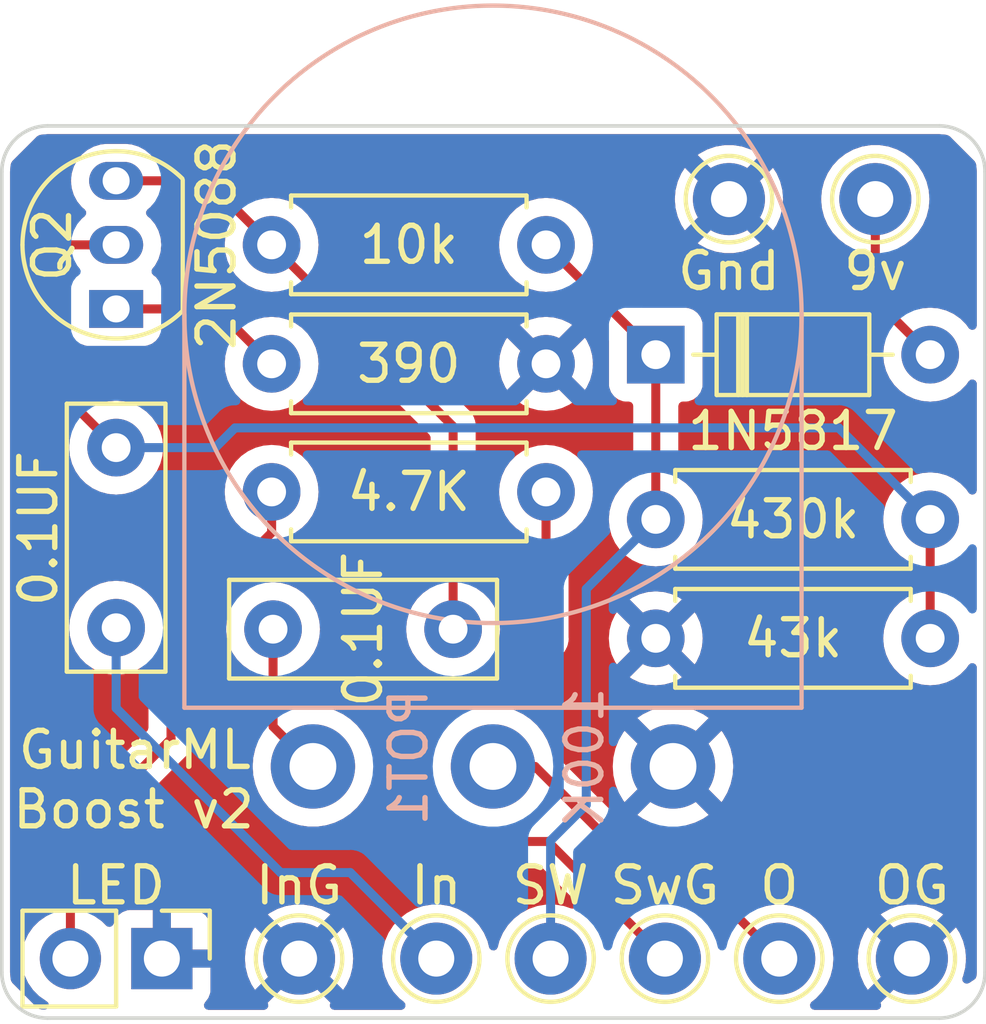
<source format=kicad_pcb>
(kicad_pcb (version 20221018) (generator pcbnew)
  (layers (0 "F.Cu" signal) (31 "B.Cu" signal) (34 "B.Paste" user) (35 "F.Paste" user) (36 "B.SilkS" user "B.Silkscreen") (37 "F.SilkS" user "F.Silkscreen") (38 "B.Mask" user) (39 "F.Mask" user) (44 "Edge.Cuts" user))
  (net 0 "")
  (net 1 "Net-(9v1-Pin_1)")
  (net 2 "Net-(In1-Pin_1)")
  (net 3 "Net-(Q2-B)")
  (net 4 "Net-(Q2-C)")
  (net 5 "Net-(C2-Pad2)")
  (net 6 "Net-(D1-K)")
  (net 7 "GND")
  (net 8 "Net-(LED1-A)")
  (net 9 "Net-(Out1-Pin_1)")
  (net 10 "Net-(Q2-E)")
  (net 11 "Net-(swGnd1-Pin_1)")
  (footprint "TestPoint:TestPoint_THTPad_D2.0mm_Drill1.0mm" (layer "F.Cu") (at 168.148 92.202 180)
    (fp_text reference "Gnd" (at 0 -1.998) (layer "F.SilkS"))
    (fp_text value "~" hide)
    (fp_circle (center 0 0) (end 0 1.2) (stroke (width 0.12)) (fill none) (layer "F.SilkS"))
    (pad "1" thru_hole circle (at 0 0 180) (size 2 2) (drill 1) (layers "*.Cu" "*.Mask") (net 7 "GND"))
  )
  (footprint "TestPoint:TestPoint_THTPad_D2.0mm_Drill1.0mm" (layer "F.Cu") (at 166.37 113.284 180)
    (fp_text reference "SwG" (at 0 2.032) (layer "F.SilkS"))
    (fp_text value "~" hide)
    (fp_circle (center 0 0) (end 0 1.2) (stroke (width 0.12)) (fill none) (layer "F.SilkS"))
    (pad "1" thru_hole circle (at 0 0 180) (size 2 2) (drill 1) (layers "*.Cu" "*.Mask") (net 11 "Net-(swGnd1-Pin_1)"))
  )
  (footprint "Resistor_THT:R_Axial_DIN0207_L6.3mm_D2.5mm_P7.62mm_Horizontal" (layer "F.Cu") (at 166.116 104.394)
    (fp_text reference "R2" hide)
    (fp_text value "43k" (at 3.81 0) (layer "F.SilkS"))
    (fp_line (start 0.54 -1.37) (end 7.08 -1.37) (stroke (width 0.12)) (layer "F.SilkS"))
    (fp_line (start 0.54 -1.04) (end 0.54 -1.37) (stroke (width 0.12)) (layer "F.SilkS"))
    (fp_line (start 0.54 1.04) (end 0.54 1.37) (stroke (width 0.12)) (layer "F.SilkS"))
    (fp_line (start 0.54 1.37) (end 7.08 1.37) (stroke (width 0.12)) (layer "F.SilkS"))
    (fp_line (start 7.08 -1.37) (end 7.08 -1.04) (stroke (width 0.12)) (layer "F.SilkS"))
    (fp_line (start 7.08 1.37) (end 7.08 1.04) (stroke (width 0.12)) (layer "F.SilkS"))
    (pad "1" thru_hole circle (at 0 0) (size 1.6 1.6) (drill 0.8) (layers "*.Cu" "*.Mask") (net 7 "GND"))
    (pad "2" thru_hole oval (at 7.62 0) (size 1.6 1.6) (drill 0.8) (layers "*.Cu" "*.Mask") (net 3 "Net-(Q2-B)"))
  )
  (footprint "TestPoint:TestPoint_THTPad_D2.0mm_Drill1.0mm" (layer "F.Cu") (at 173.228 113.284 180)
    (fp_text reference "OG" (at 0 2.032) (layer "F.SilkS"))
    (fp_text value "~")
    (fp_circle (center 0 0) (end 0 1.2) (stroke (width 0.12)) (fill none) (layer "F.SilkS"))
    (pad "1" thru_hole circle (at 0 0 180) (size 2 2) (drill 1) (layers "*.Cu" "*.Mask") (net 7 "GND"))
  )
  (footprint "Resistor_THT:R_Axial_DIN0207_L6.3mm_D2.5mm_P7.62mm_Horizontal" (layer "F.Cu") (at 163.068 96.774 180)
    (fp_text reference "R4" hide)
    (fp_text value "390" (at 3.81 0) (layer "F.SilkS"))
    (fp_line (start 0.54 -1.37) (end 7.08 -1.37) (stroke (width 0.12)) (layer "F.SilkS"))
    (fp_line (start 0.54 -1.04) (end 0.54 -1.37) (stroke (width 0.12)) (layer "F.SilkS"))
    (fp_line (start 0.54 1.04) (end 0.54 1.37) (stroke (width 0.12)) (layer "F.SilkS"))
    (fp_line (start 0.54 1.37) (end 7.08 1.37) (stroke (width 0.12)) (layer "F.SilkS"))
    (fp_line (start 7.08 -1.37) (end 7.08 -1.04) (stroke (width 0.12)) (layer "F.SilkS"))
    (fp_line (start 7.08 1.37) (end 7.08 1.04) (stroke (width 0.12)) (layer "F.SilkS"))
    (pad "1" thru_hole circle (at 0 0 180) (size 1.6 1.6) (drill 0.8) (layers "*.Cu" "*.Mask") (net 7 "GND"))
    (pad "2" thru_hole oval (at 7.62 0 180) (size 1.6 1.6) (drill 0.8) (layers "*.Cu" "*.Mask") (net 10 "Net-(Q2-E)"))
  )
  (footprint "Resistor_THT:R_Axial_DIN0207_L6.3mm_D2.5mm_P7.62mm_Horizontal" (layer "F.Cu") (at 155.448 93.472)
    (fp_text reference "R3" hide)
    (fp_text value "10k" (at 3.81 0) (layer "F.SilkS"))
    (fp_line (start 0.54 -1.37) (end 7.08 -1.37) (stroke (width 0.12)) (layer "F.SilkS"))
    (fp_line (start 0.54 -1.04) (end 0.54 -1.37) (stroke (width 0.12)) (layer "F.SilkS"))
    (fp_line (start 0.54 1.04) (end 0.54 1.37) (stroke (width 0.12)) (layer "F.SilkS"))
    (fp_line (start 0.54 1.37) (end 7.08 1.37) (stroke (width 0.12)) (layer "F.SilkS"))
    (fp_line (start 7.08 -1.37) (end 7.08 -1.04) (stroke (width 0.12)) (layer "F.SilkS"))
    (fp_line (start 7.08 1.37) (end 7.08 1.04) (stroke (width 0.12)) (layer "F.SilkS"))
    (pad "1" thru_hole circle (at 0 0) (size 1.6 1.6) (drill 0.8) (layers "*.Cu" "*.Mask") (net 4 "Net-(Q2-C)"))
    (pad "2" thru_hole oval (at 7.62 0) (size 1.6 1.6) (drill 0.8) (layers "*.Cu" "*.Mask") (net 6 "Net-(D1-K)"))
  )
  (footprint "TestPoint:TestPoint_THTPad_D2.0mm_Drill1.0mm" (layer "F.Cu") (at 160.02 113.284 180)
    (fp_text reference "In" (at 0 2.032) (layer "F.SilkS"))
    (fp_text value "~")
    (fp_circle (center 0 0) (end 0 1.2) (stroke (width 0.12)) (fill none) (layer "F.SilkS"))
    (pad "1" thru_hole circle (at 0 0 180) (size 2 2) (drill 1) (layers "*.Cu" "*.Mask") (net 2 "Net-(In1-Pin_1)"))
  )
  (footprint "Package_TO_SOT_THT:TO-92_Inline" (layer "F.Cu") (at 151.13 94.742 90)
    (fp_text reference "Q2" (at 1.27 -1.778 90) (layer "F.SilkS"))
    (fp_text value "2N5088" (at 1.27 2.79 90) (layer "F.SilkS"))
    (fp_line (start -0.53 1.85) (end 3.07 1.85) (stroke (width 0.12)) (layer "F.SilkS"))
    (fp_arc (start -0.568478 1.838478) (mid -1.132087 -0.994977) (end 1.27 -2.6) (stroke (width 0.12)) (layer "F.SilkS"))
    (fp_arc (start 1.27 -2.6) (mid 3.672087 -0.994977) (end 3.108478 1.838478) (stroke (width 0.12)) (layer "F.SilkS"))
    (pad "1" thru_hole rect (at -0.508 0 90) (size 1.05 1.5) (drill 0.75) (layers "*.Cu" "*.Mask") (net 10 "Net-(Q2-E)"))
    (pad "2" thru_hole oval (at 1.27 0 90) (size 1.05 1.5) (drill 0.75) (layers "*.Cu" "*.Mask") (net 3 "Net-(Q2-B)"))
    (pad "3" thru_hole oval (at 3.048 0 90) (size 1.05 1.5) (drill 0.75) (layers "*.Cu" "*.Mask") (net 4 "Net-(Q2-C)"))
  )
  (footprint "TestPoint:TestPoint_THTPad_D2.0mm_Drill1.0mm" (layer "F.Cu") (at 156.21 113.284 180)
    (fp_text reference "InG" (at 0 2.032) (layer "F.SilkS"))
    (fp_text value "~" hide)
    (fp_circle (center 0 0) (end 0 1.2) (stroke (width 0.12)) (fill none) (layer "F.SilkS"))
    (pad "1" thru_hole circle (at 0 0 180) (size 2 2) (drill 1) (layers "*.Cu" "*.Mask") (net 7 "GND"))
  )
  (footprint "TestPoint:TestPoint_THTPad_D2.0mm_Drill1.0mm" (layer "F.Cu") (at 172.212 92.202 180)
    (fp_text reference "9v" (at 0 -1.998) (layer "F.SilkS"))
    (fp_text value " ")
    (fp_circle (center 0 0) (end 0 1.2) (stroke (width 0.12)) (fill none) (layer "F.SilkS"))
    (pad "1" thru_hole circle (at 0 0 180) (size 2 2) (drill 1) (layers "*.Cu" "*.Mask") (net 1 "Net-(9v1-Pin_1)"))
  )
  (footprint "Capacitor_THT:C_Rect_L7.2mm_W2.5mm_P5.00mm_FKS2_FKP2_MKS2_MKP2" (layer "F.Cu") (at 151.13 104.1 90)
    (fp_text reference "C1" hide)
    (fp_text value "0.1UF" (at 2.754 -2.159 90) (layer "F.SilkS"))
    (fp_line (start -1.22 -1.37) (end -1.22 1.37) (stroke (width 0.12)) (layer "F.SilkS"))
    (fp_line (start -1.22 -1.37) (end 6.22 -1.37) (stroke (width 0.12)) (layer "F.SilkS"))
    (fp_line (start -1.22 1.37) (end 6.22 1.37) (stroke (width 0.12)) (layer "F.SilkS"))
    (fp_line (start 6.22 -1.37) (end 6.22 1.37) (stroke (width 0.12)) (layer "F.SilkS"))
    (pad "1" thru_hole circle (at 0 0 90) (size 1.6 1.6) (drill 0.8) (layers "*.Cu" "*.Mask") (net 2 "Net-(In1-Pin_1)"))
    (pad "2" thru_hole circle (at 5 0 90) (size 1.6 1.6) (drill 0.8) (layers "*.Cu" "*.Mask") (net 3 "Net-(Q2-B)"))
  )
  (footprint "Resistor_THT:R_Axial_DIN0207_L6.3mm_D2.5mm_P7.62mm_Horizontal" (layer "F.Cu") (at 173.736 101.092 180)
    (fp_text reference "R1" hide)
    (fp_text value "430k" (at 3.81 0) (layer "F.SilkS"))
    (fp_line (start 0.54 -1.37) (end 7.08 -1.37) (stroke (width 0.12)) (layer "F.SilkS"))
    (fp_line (start 0.54 -1.04) (end 0.54 -1.37) (stroke (width 0.12)) (layer "F.SilkS"))
    (fp_line (start 0.54 1.04) (end 0.54 1.37) (stroke (width 0.12)) (layer "F.SilkS"))
    (fp_line (start 0.54 1.37) (end 7.08 1.37) (stroke (width 0.12)) (layer "F.SilkS"))
    (fp_line (start 7.08 -1.37) (end 7.08 -1.04) (stroke (width 0.12)) (layer "F.SilkS"))
    (fp_line (start 7.08 1.37) (end 7.08 1.04) (stroke (width 0.12)) (layer "F.SilkS"))
    (pad "1" thru_hole circle (at 0 0 180) (size 1.6 1.6) (drill 0.8) (layers "*.Cu" "*.Mask") (net 3 "Net-(Q2-B)"))
    (pad "2" thru_hole oval (at 7.62 0 180) (size 1.6 1.6) (drill 0.8) (layers "*.Cu" "*.Mask") (net 6 "Net-(D1-K)"))
  )
  (footprint "Diode_THT:D_DO-35_SOD27_P7.62mm_Horizontal" (layer "F.Cu") (at 166.116 96.52)
    (fp_text reference "D1" hide)
    (fp_text value "1N5817" (at 3.81 2.12) (layer "F.SilkS"))
    (fp_line (start 1.04 0) (end 1.69 0) (stroke (width 0.12)) (layer "F.SilkS"))
    (fp_line (start 1.69 -1.12) (end 1.69 1.12) (stroke (width 0.12)) (layer "F.SilkS"))
    (fp_line (start 1.69 1.12) (end 5.93 1.12) (stroke (width 0.12)) (layer "F.SilkS"))
    (fp_line (start 2.29 -1.12) (end 2.29 1.12) (stroke (width 0.12)) (layer "F.SilkS"))
    (fp_line (start 2.41 -1.12) (end 2.41 1.12) (stroke (width 0.12)) (layer "F.SilkS"))
    (fp_line (start 2.53 -1.12) (end 2.53 1.12) (stroke (width 0.12)) (layer "F.SilkS"))
    (fp_line (start 5.93 -1.12) (end 1.69 -1.12) (stroke (width 0.12)) (layer "F.SilkS"))
    (fp_line (start 5.93 1.12) (end 5.93 -1.12) (stroke (width 0.12)) (layer "F.SilkS"))
    (fp_line (start 6.58 0) (end 5.93 0) (stroke (width 0.12)) (layer "F.SilkS"))
    (pad "1" thru_hole rect (at 0 0) (size 1.6 1.6) (drill 0.8) (layers "*.Cu" "*.Mask") (net 6 "Net-(D1-K)"))
    (pad "2" thru_hole oval (at 7.62 0) (size 1.6 1.6) (drill 0.8) (layers "*.Cu" "*.Mask") (net 1 "Net-(9v1-Pin_1)"))
  )
  (footprint "Capacitor_THT:C_Rect_L7.2mm_W2.5mm_P5.00mm_FKS2_FKP2_MKS2_MKP2" (layer "F.Cu") (at 160.488 104.14 180)
    (fp_text reference "C2" hide)
    (fp_text value "0.1UF" (at 2.5 0 270) (layer "F.SilkS"))
    (fp_line (start -1.22 -1.37) (end -1.22 1.37) (stroke (width 0.12)) (layer "F.SilkS"))
    (fp_line (start -1.22 -1.37) (end 6.22 -1.37) (stroke (width 0.12)) (layer "F.SilkS"))
    (fp_line (start -1.22 1.37) (end 6.22 1.37) (stroke (width 0.12)) (layer "F.SilkS"))
    (fp_line (start 6.22 -1.37) (end 6.22 1.37) (stroke (width 0.12)) (layer "F.SilkS"))
    (pad "1" thru_hole circle (at 0 0 180) (size 1.6 1.6) (drill 0.8) (layers "*.Cu" "*.Mask") (net 4 "Net-(Q2-C)"))
    (pad "2" thru_hole circle (at 5 0 180) (size 1.6 1.6) (drill 0.8) (layers "*.Cu" "*.Mask") (net 5 "Net-(C2-Pad2)"))
  )
  (footprint "Resistor_THT:R_Axial_DIN0207_L6.3mm_D2.5mm_P7.62mm_Horizontal" (layer "F.Cu") (at 155.448 100.33)
    (fp_text reference "R5" hide)
    (fp_text value "4.7K" (at 3.81 0) (layer "F.SilkS"))
    (fp_line (start 0.54 -1.37) (end 7.08 -1.37) (stroke (width 0.12)) (layer "F.SilkS"))
    (fp_line (start 0.54 -1.04) (end 0.54 -1.37) (stroke (width 0.12)) (layer "F.SilkS"))
    (fp_line (start 0.54 1.04) (end 0.54 1.37) (stroke (width 0.12)) (layer "F.SilkS"))
    (fp_line (start 0.54 1.37) (end 7.08 1.37) (stroke (width 0.12)) (layer "F.SilkS"))
    (fp_line (start 7.08 -1.37) (end 7.08 -1.04) (stroke (width 0.12)) (layer "F.SilkS"))
    (fp_line (start 7.08 1.37) (end 7.08 1.04) (stroke (width 0.12)) (layer "F.SilkS"))
    (pad "1" thru_hole circle (at 0 0) (size 1.6 1.6) (drill 0.8) (layers "*.Cu" "*.Mask") (net 8 "Net-(LED1-A)"))
    (pad "2" thru_hole oval (at 7.62 0) (size 1.6 1.6) (drill 0.8) (layers "*.Cu" "*.Mask") (net 11 "Net-(swGnd1-Pin_1)"))
  )
  (footprint "TestPoint:TestPoint_THTPad_D2.0mm_Drill1.0mm" (layer "F.Cu") (at 163.195 113.284 180)
    (fp_text reference "SW" (at 0 2.032) (layer "F.SilkS"))
    (fp_text value " ")
    (fp_circle (center 0 0) (end 0 1.2) (stroke (width 0.12)) (fill none) (layer "F.SilkS"))
    (pad "1" thru_hole circle (at 0 0 180) (size 2 2) (drill 1) (layers "*.Cu" "*.Mask") (net 6 "Net-(D1-K)"))
  )
  (footprint "TestPoint:TestPoint_THTPad_D2.0mm_Drill1.0mm" (layer "F.Cu") (at 169.545 113.284 180)
    (fp_text reference "O" (at 0 2.032) (layer "F.SilkS"))
    (fp_text value "~" hide)
    (fp_circle (center 0 0) (end 0 1.2) (stroke (width 0.12)) (fill none) (layer "F.SilkS"))
    (pad "1" thru_hole circle (at 0 0 180) (size 2 2) (drill 1) (layers "*.Cu" "*.Mask") (net 9 "Net-(Out1-Pin_1)"))
  )
  (footprint "Potentiometer_THT:Potentiometer_Omeg_PC16BU_Vertical" (layer "F.Cu") (at 166.5948 107.95 90)
    (fp_text reference "POT1" (at 0.254 -7.342 90) (layer "B.SilkS") (effects (justify mirror)))
    (fp_text value "100K" (at 0.254 -2.46 90) (layer "B.SilkS") (effects (justify mirror)))
    (fp_line (start 1.63 -13.57) (end 1.63 3.57) (stroke (width 0.12)) (layer "B.SilkS"))
    (fp_line (start 1.63 -13.57) (end 12.55 -13.57) (stroke (width 0.12)) (layer "B.SilkS"))
    (fp_line (start 1.63 3.57) (end 12.55 3.57) (stroke (width 0.12)) (layer "B.SilkS"))
    (fp_circle (center 12.55 -5) (end 21.12 -5) (stroke (width 0.12)) (fill none) (layer "B.SilkS"))
    (pad "1" thru_hole circle (at 0 0 90) (size 2.34 2.34) (drill 1.3) (layers "*.Cu" "*.Mask") (net 7 "GND"))
    (pad "2" thru_hole circle (at 0 -5 90) (size 2.34 2.34) (drill 1.3) (layers "*.Cu" "*.Mask") (net 9 "Net-(Out1-Pin_1)"))
    (pad "3" thru_hole circle (at 0 -10 90) (size 2.34 2.34) (drill 1.3) (layers "*.Cu" "*.Mask") (net 5 "Net-(C2-Pad2)"))
  )
  (footprint "Connector_PinHeader_2.54mm:PinHeader_1x02_P2.54mm_Vertical" (layer "F.Cu") (at 152.4 113.284 -90)
    (fp_text reference "LED" (at -2.032 1.275 180) (layer "F.SilkS"))
    (fp_text value "~" hide)
    (fp_line (start -1.33 -1.33) (end 0 -1.33) (stroke (width 0.12)) (layer "F.SilkS"))
    (fp_line (start -1.33 0) (end -1.33 -1.33) (stroke (width 0.12)) (layer "F.SilkS"))
    (fp_line (start -1.33 1.27) (end -1.33 3.87) (stroke (width 0.12)) (layer "F.SilkS"))
    (fp_line (start -1.33 1.27) (end 1.33 1.27) (stroke (width 0.12)) (layer "F.SilkS"))
    (fp_line (start -1.33 3.87) (end 1.33 3.87) (stroke (width 0.12)) (layer "F.SilkS"))
    (fp_line (start 1.33 1.27) (end 1.33 3.87) (stroke (width 0.12)) (layer "F.SilkS"))
    (pad "1" thru_hole rect (at 0 0 270) (size 1.7 1.7) (drill 1) (layers "*.Cu" "*.Mask") (net 7 "GND"))
    (pad "2" thru_hole oval (at 0 2.54 270) (size 1.7 1.7) (drill 1) (layers "*.Cu" "*.Mask") (net 8 "Net-(LED1-A)"))
  )
  (gr_line (start 175.26 113.665) (end 175.26 91.44) (stroke (width 0.1)) (layer "Edge.Cuts"))
  (gr_arc (start 149.225 114.935) (mid 148.326974 114.563026) (end 147.955 113.665) (stroke (width 0.1)) (layer "Edge.Cuts"))
  (gr_line (start 147.955 91.44) (end 147.955 113.665) (stroke (width 0.1)) (layer "Edge.Cuts"))
  (gr_line (start 173.99 90.17) (end 149.225 90.17) (stroke (width 0.1)) (layer "Edge.Cuts"))
  (gr_arc (start 147.955 91.44) (mid 148.326974 90.541974) (end 149.225 90.17) (stroke (width 0.1)) (layer "Edge.Cuts"))
  (gr_arc (start 175.26 113.665) (mid 174.888026 114.563026) (end 173.99 114.935) (stroke (width 0.1)) (layer "Edge.Cuts"))
  (gr_arc (start 173.99 90.17) (mid 174.888026 90.541974) (end 175.26 91.44) (stroke (width 0.1)) (layer "Edge.Cuts"))
  (gr_line (start 149.225 114.935) (end 173.99 114.935) (stroke (width 0.1)) (layer "Edge.Cuts"))
  (gr_text "GuitarML" (at 148.336 108.077) (layer "F.SilkS") (effects (font (size 1 1)) (justify left bottom)))
  (gr_text "Boost v2" (at 148.1836 109.728) (layer "F.SilkS") (effects (font (size 1 1)) (justify left bottom)))
  (segment (start 172.212 92.202) (end 172.212 94.996) (width 0.25) (layer "F.Cu") (net 1))
  (segment (start 172.212 94.996) (end 173.736 96.52) (width 0.25) (layer "F.Cu") (net 1))
  (segment (start 151.13 106.330167) (end 155.696233 110.8964) (width 0.25) (layer "B.Cu") (net 2))
  (segment (start 155.696233 110.8964) (end 157.6324 110.8964) (width 0.25) (layer "B.Cu") (net 2))
  (segment (start 151.13 104.1) (end 151.13 106.330167) (width 0.25) (layer "B.Cu") (net 2))
  (segment (start 157.6324 110.8964) (end 160.02 113.284) (width 0.25) (layer "B.Cu") (net 2))
  (segment (start 149.352 97.322) (end 151.13 99.1) (width 0.25) (layer "F.Cu") (net 3))
  (segment (start 151.13 93.472) (end 149.86 93.472) (width 0.25) (layer "F.Cu") (net 3))
  (segment (start 173.736 101.092) (end 173.736 104.394) (width 0.25) (layer "F.Cu") (net 3))
  (segment (start 149.352 93.98) (end 149.352 97.322) (width 0.25) (layer "F.Cu") (net 3))
  (segment (start 149.86 93.472) (end 149.352 93.98) (width 0.25) (layer "F.Cu") (net 3))
  (segment (start 154.432 98.552) (end 153.884 99.1) (width 0.25) (layer "B.Cu") (net 3))
  (segment (start 153.884 99.1) (end 151.13 99.1) (width 0.25) (layer "B.Cu") (net 3))
  (segment (start 173.736 101.092) (end 171.196 98.552) (width 0.25) (layer "B.Cu") (net 3))
  (segment (start 171.196 98.552) (end 154.432 98.552) (width 0.25) (layer "B.Cu") (net 3))
  (segment (start 160.488 98.512) (end 160.488 104.14) (width 0.25) (layer "F.Cu") (net 4))
  (segment (start 153.67 91.694) (end 155.448 93.472) (width 0.25) (layer "F.Cu") (net 4))
  (segment (start 155.448 93.472) (end 160.488 98.512) (width 0.25) (layer "F.Cu") (net 4))
  (segment (start 151.13 91.694) (end 153.67 91.694) (width 0.25) (layer "F.Cu") (net 4))
  (segment (start 155.488 106.8432) (end 156.5948 107.95) (width 0.25) (layer "F.Cu") (net 5))
  (segment (start 155.488 104.14) (end 155.488 106.8432) (width 0.25) (layer "F.Cu") (net 5))
  (segment (start 166.116 96.52) (end 166.116 101.092) (width 0.25) (layer "F.Cu") (net 6))
  (segment (start 166.116 96.52) (end 163.068 93.472) (width 0.25) (layer "F.Cu") (net 6))
  (segment (start 164.1856 109.0168) (end 163.195 110.0074) (width 0.25) (layer "B.Cu") (net 6))
  (segment (start 163.195 110.0074) (end 163.195 113.284) (width 0.25) (layer "B.Cu") (net 6))
  (segment (start 164.1856 103.0224) (end 164.1856 109.0168) (width 0.25) (layer "B.Cu") (net 6))
  (segment (start 166.116 101.092) (end 164.1856 103.0224) (width 0.25) (layer "B.Cu") (net 6))
  (segment (start 155.448 100.33) (end 155.448 101.46137) (width 0.25) (layer "F.Cu") (net 8))
  (segment (start 155.448 101.46137) (end 152.654 104.25537) (width 0.25) (layer "F.Cu") (net 8))
  (segment (start 152.654 107.188) (end 149.86 109.982) (width 0.25) (layer "F.Cu") (net 8))
  (segment (start 152.654 104.25537) (end 152.654 107.188) (width 0.25) (layer "F.Cu") (net 8))
  (segment (start 149.86 109.982) (end 149.86 113.284) (width 0.25) (layer "F.Cu") (net 8))
  (segment (start 166.5986 110.3376) (end 165.1508 110.3376) (width 0.25) (layer "F.Cu") (net 9))
  (segment (start 165.1508 110.3376) (end 162.7632 107.95) (width 0.25) (layer "F.Cu") (net 9))
  (segment (start 169.545 113.284) (end 166.5986 110.3376) (width 0.25) (layer "F.Cu") (net 9))
  (segment (start 162.7632 107.95) (end 161.5948 107.95) (width 0.25) (layer "F.Cu") (net 9))
  (segment (start 151.13 95.25) (end 153.924 95.25) (width 0.25) (layer "F.Cu") (net 10))
  (segment (start 153.924 95.25) (end 155.448 96.774) (width 0.25) (layer "F.Cu") (net 10))
  (segment (start 163.068 104.394) (end 163.068 100.33) (width 0.25) (layer "F.Cu") (net 11))
  (segment (start 163.1188 110.0328) (end 160.5788 110.0328) (width 0.25) (layer "F.Cu") (net 11))
  (segment (start 160.5788 110.0328) (end 159.0548 108.5088) (width 0.25) (layer "F.Cu") (net 11))
  (segment (start 160.4772 105.8164) (end 161.6456 105.8164) (width 0.25) (layer "F.Cu") (net 11))
  (segment (start 166.37 113.284) (end 163.1188 110.0328) (width 0.25) (layer "F.Cu") (net 11))
  (segment (start 159.0548 107.2388) (end 160.4772 105.8164) (width 0.25) (layer "F.Cu") (net 11))
  (segment (start 159.0548 108.5088) (end 159.0548 107.2388) (width 0.25) (layer "F.Cu") (net 11))
  (segment (start 161.6456 105.8164) (end 163.068 104.394) (width 0.25) (layer "F.Cu") (net 11))
  (zone (net 7) (net_name "GND") (layer "F.Cu") (connect_pads (clearance 0.5)) (min_thickness 0.25) (fill yes (thermal_gap 0.5) (thermal_bridge_width 0.5))
    (polygon (pts (xy 175.26 113.665) (xy 175.26 91.44) (xy 173.99 90.17) (xy 149.225 90.17) (xy 147.955 91.44) (xy 147.955 113.665) (xy 149.225 114.935) (xy 173.355 114.935)))
  )
  (zone (net 7) (net_name "GND") (layer "B.Cu") (connect_pads (clearance 0.5)) (min_thickness 0.25) (fill yes (thermal_gap 0.5) (thermal_bridge_width 0.5))
    (polygon (pts (xy 175.26 113.665) (xy 175.26 91.44) (xy 173.99 90.17) (xy 149.225 90.17) (xy 147.955 91.44) (xy 147.955 113.665) (xy 149.225 114.935) (xy 173.355 114.935)))
  )
)
</source>
